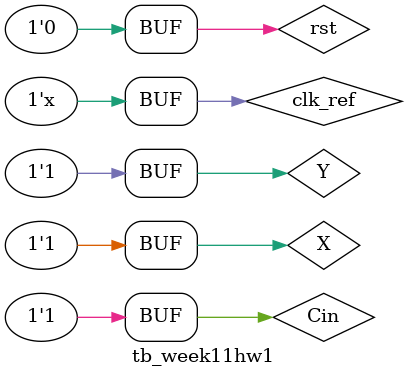
<source format=v>
`timescale 1ns / 1ps



module tb_week11hw1;

	// Inputs
	reg clk_ref;
	reg rst;
	reg X;
	reg Y;
	reg Cin;

	// Outputs
	wire Cout;
	wire Sum;

	// Instantiate the Unit Under Test (UUT)
	week11hw1 uut (
		.clk_ref(clk_ref), 
		.rst(rst), 
		.X(X), 
		.Y(Y), 
		.Cin(Cin), 
		.Cout(Cout), 
		.Sum(Sum)
	);
	always #4 clk_ref = ~clk_ref; 	//125Mhz Å¬·° ¹ß»ý
	
	initial begin
		// Initialize Inputs
		clk_ref = 0;	rst = 0;			//ÃÊ±â °ª
		X = 0;	Y = 0;	Cin = 0;		
#20	X = 0;	Y = 0;	Cin = 1;
#20	X = 0;	Y = 1;	Cin = 0;	
#20	X = 0;	Y = 1;	Cin = 1;
#20	X = 1;	Y = 0;	Cin = 0;
#20	X = 1;	Y = 0;	Cin = 1;
#20	X = 1;	Y = 1;	Cin = 0;
#20	X = 1;	Y = 1;	Cin = 1;		// X, Y, Cin °ªÀ» ÀÔ·ÂÇÔ.
	end
      
endmodule


</source>
